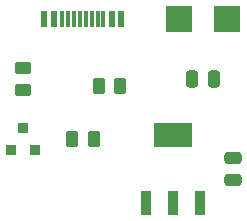
<source format=gtp>
%TF.GenerationSoftware,KiCad,Pcbnew,(6.0.4)*%
%TF.CreationDate,2022-03-30T18:51:52+02:00*%
%TF.ProjectId,Pi-pico-AD9854_adapter,50692d70-6963-46f2-9d41-44393835345f,rev?*%
%TF.SameCoordinates,Original*%
%TF.FileFunction,Paste,Top*%
%TF.FilePolarity,Positive*%
%FSLAX46Y46*%
G04 Gerber Fmt 4.6, Leading zero omitted, Abs format (unit mm)*
G04 Created by KiCad (PCBNEW (6.0.4)) date 2022-03-30 18:51:52*
%MOMM*%
%LPD*%
G01*
G04 APERTURE LIST*
G04 Aperture macros list*
%AMRoundRect*
0 Rectangle with rounded corners*
0 $1 Rounding radius*
0 $2 $3 $4 $5 $6 $7 $8 $9 X,Y pos of 4 corners*
0 Add a 4 corners polygon primitive as box body*
4,1,4,$2,$3,$4,$5,$6,$7,$8,$9,$2,$3,0*
0 Add four circle primitives for the rounded corners*
1,1,$1+$1,$2,$3*
1,1,$1+$1,$4,$5*
1,1,$1+$1,$6,$7*
1,1,$1+$1,$8,$9*
0 Add four rect primitives between the rounded corners*
20,1,$1+$1,$2,$3,$4,$5,0*
20,1,$1+$1,$4,$5,$6,$7,0*
20,1,$1+$1,$6,$7,$8,$9,0*
20,1,$1+$1,$8,$9,$2,$3,0*%
G04 Aperture macros list end*
%ADD10R,0.950000X2.150000*%
%ADD11R,3.250000X2.150000*%
%ADD12R,0.600000X1.450000*%
%ADD13R,0.300000X1.450000*%
%ADD14R,2.198599X2.259800*%
%ADD15R,0.812800X0.889000*%
%ADD16RoundRect,0.250000X-0.450000X0.262500X-0.450000X-0.262500X0.450000X-0.262500X0.450000X0.262500X0*%
%ADD17RoundRect,0.250000X-0.262500X-0.450000X0.262500X-0.450000X0.262500X0.450000X-0.262500X0.450000X0*%
%ADD18RoundRect,0.250000X0.475000X-0.250000X0.475000X0.250000X-0.475000X0.250000X-0.475000X-0.250000X0*%
%ADD19RoundRect,0.250000X-0.250000X-0.475000X0.250000X-0.475000X0.250000X0.475000X-0.250000X0.475000X0*%
G04 APERTURE END LIST*
D10*
%TO.C,U2*%
X117080000Y-38460000D03*
X119380000Y-38460000D03*
X121680000Y-38460000D03*
D11*
X119380000Y-32660000D03*
%TD*%
D12*
%TO.C,J2*%
X115010000Y-22875000D03*
X108510000Y-22875000D03*
X114210000Y-22875000D03*
X109310000Y-22875000D03*
D13*
X113010000Y-22875000D03*
X112010000Y-22875000D03*
X111510000Y-22875000D03*
X110510000Y-22875000D03*
X110010000Y-22875000D03*
X111010000Y-22875000D03*
X112510000Y-22875000D03*
X113510000Y-22875000D03*
%TD*%
D14*
%TO.C,D1*%
X119875300Y-22860000D03*
X123964700Y-22860000D03*
%TD*%
D15*
%TO.C,U3*%
X105655001Y-33964999D03*
X107704999Y-33964999D03*
X106680000Y-32075000D03*
%TD*%
D16*
%TO.C,R3*%
X106680000Y-27027500D03*
X106680000Y-28852500D03*
%TD*%
D17*
%TO.C,R2*%
X113110000Y-28575000D03*
X114935000Y-28575000D03*
%TD*%
%TO.C,R1*%
X110847500Y-33020000D03*
X112672500Y-33020000D03*
%TD*%
D18*
%TO.C,C2*%
X124460000Y-36510000D03*
X124460000Y-34610000D03*
%TD*%
D19*
%TO.C,C1*%
X120970000Y-27940000D03*
X122870000Y-27940000D03*
%TD*%
M02*

</source>
